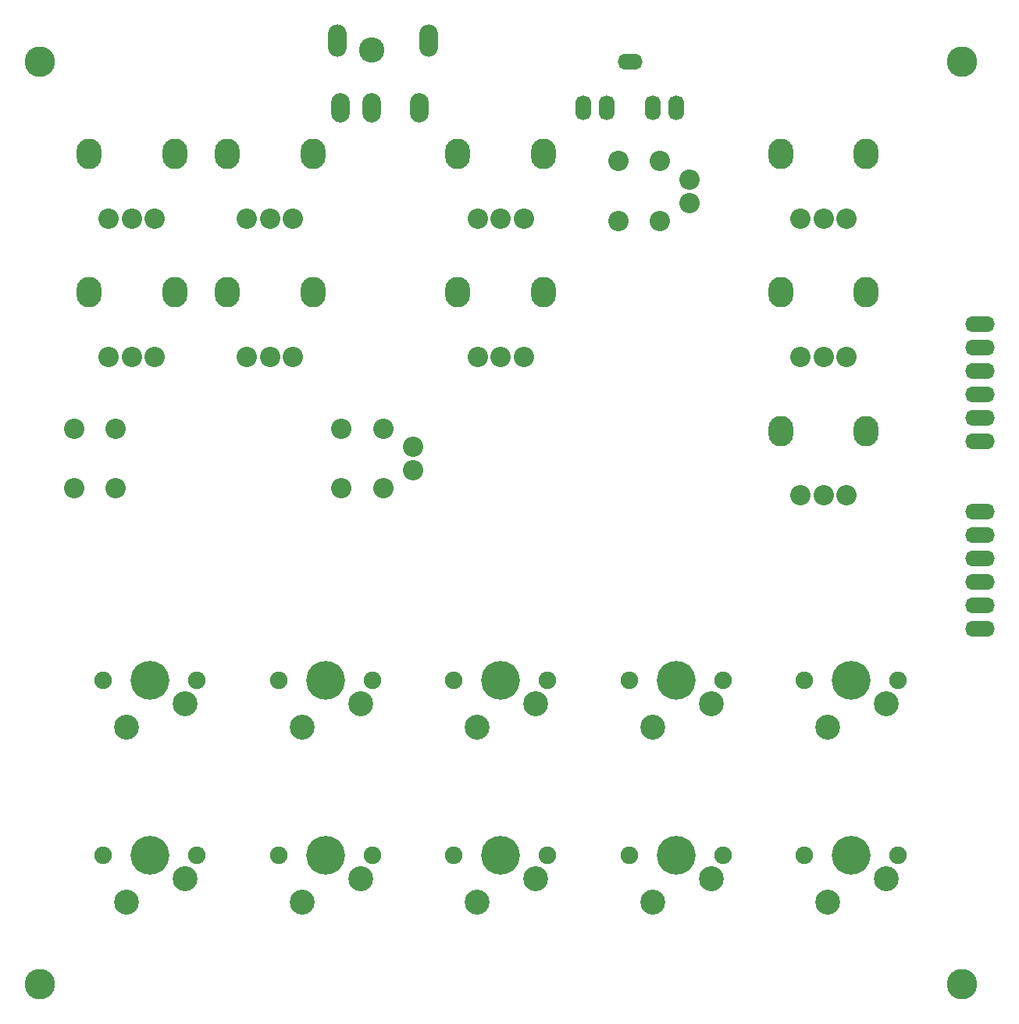
<source format=gbs>
G04 Layer_Color=8150272*
%FSLAX25Y25*%
%MOIN*%
G70*
G01*
G75*
%ADD48C,0.08674*%
%ADD49C,0.13005*%
%ADD50O,0.10642X0.13005*%
%ADD51O,0.10642X0.06706*%
%ADD52O,0.06706X0.10642*%
%ADD53O,0.07887X0.12611*%
%ADD54C,0.10822*%
%ADD55O,0.07887X0.13792*%
%ADD56C,0.16548*%
%ADD57C,0.10642*%
%ADD58C,0.07493*%
%ADD59O,0.12611X0.06706*%
D48*
X690945Y756968D02*
D03*
Y746969D02*
D03*
X572835Y632795D02*
D03*
Y642795D02*
D03*
X445866Y650591D02*
D03*
Y625000D02*
D03*
X428150D02*
D03*
Y650591D02*
D03*
X560039Y650591D02*
D03*
Y625000D02*
D03*
X542323D02*
D03*
Y650591D02*
D03*
X660433Y739173D02*
D03*
Y764764D02*
D03*
X678150D02*
D03*
Y739173D02*
D03*
X521654Y681102D02*
D03*
X501968D02*
D03*
X511811D02*
D03*
X748032Y740158D02*
D03*
X738189D02*
D03*
X757874D02*
D03*
Y681102D02*
D03*
X738189D02*
D03*
X748032D02*
D03*
X757874Y622047D02*
D03*
X738189D02*
D03*
X748032D02*
D03*
X610236Y681102D02*
D03*
X600394D02*
D03*
X620079D02*
D03*
Y740158D02*
D03*
X600394D02*
D03*
X610236D02*
D03*
X511811D02*
D03*
X501968D02*
D03*
X521654D02*
D03*
X462598Y681102D02*
D03*
X442913D02*
D03*
X452756D02*
D03*
X462598Y740158D02*
D03*
X442913D02*
D03*
X452756D02*
D03*
D49*
X807087Y807087D02*
D03*
X413386D02*
D03*
X807087Y413386D02*
D03*
X413386D02*
D03*
D50*
X530118Y708661D02*
D03*
X493504D02*
D03*
X729724Y767717D02*
D03*
X766339D02*
D03*
Y708661D02*
D03*
X729724D02*
D03*
X766339Y649606D02*
D03*
X729724D02*
D03*
X591929Y708661D02*
D03*
X628543D02*
D03*
Y767717D02*
D03*
X591929D02*
D03*
X493504D02*
D03*
X530118D02*
D03*
X471063Y708661D02*
D03*
X434449D02*
D03*
X471063Y767717D02*
D03*
X434449D02*
D03*
D51*
X665354Y807087D02*
D03*
D52*
X645669Y787402D02*
D03*
X655512D02*
D03*
X685039D02*
D03*
X675197D02*
D03*
D53*
X575591D02*
D03*
X555118D02*
D03*
X541732D02*
D03*
D54*
X555118Y812205D02*
D03*
D55*
X579528Y816142D02*
D03*
X540551D02*
D03*
D56*
X759842Y468504D02*
D03*
X685039D02*
D03*
X610236D02*
D03*
X535433D02*
D03*
X460630D02*
D03*
X759842Y543307D02*
D03*
X685039D02*
D03*
X610236D02*
D03*
X535433D02*
D03*
X460630D02*
D03*
D57*
X774843Y458504D02*
D03*
X749843Y448504D02*
D03*
X675039D02*
D03*
X700039Y458504D02*
D03*
X625236D02*
D03*
X600236Y448504D02*
D03*
X525433D02*
D03*
X550433Y458504D02*
D03*
X475630D02*
D03*
X450630Y448504D02*
D03*
X749843Y523307D02*
D03*
X774843Y533307D02*
D03*
X700039D02*
D03*
X675039Y523307D02*
D03*
X600236D02*
D03*
X625236Y533307D02*
D03*
X550433D02*
D03*
X525433Y523307D02*
D03*
X450630D02*
D03*
X475630Y533307D02*
D03*
D58*
X739843Y468504D02*
D03*
X779843D02*
D03*
X705039D02*
D03*
X665039D02*
D03*
X590236D02*
D03*
X630236D02*
D03*
X555433D02*
D03*
X515433D02*
D03*
X440630D02*
D03*
X480630D02*
D03*
X779843Y543307D02*
D03*
X739843D02*
D03*
X665039D02*
D03*
X705039D02*
D03*
X630236D02*
D03*
X590236D02*
D03*
X515433D02*
D03*
X555433D02*
D03*
X480630D02*
D03*
X440630D02*
D03*
D59*
X815000Y615000D02*
D03*
Y605000D02*
D03*
Y595000D02*
D03*
Y585000D02*
D03*
Y575000D02*
D03*
Y565000D02*
D03*
Y695000D02*
D03*
Y685000D02*
D03*
Y675000D02*
D03*
Y665000D02*
D03*
Y655000D02*
D03*
Y645000D02*
D03*
M02*

</source>
